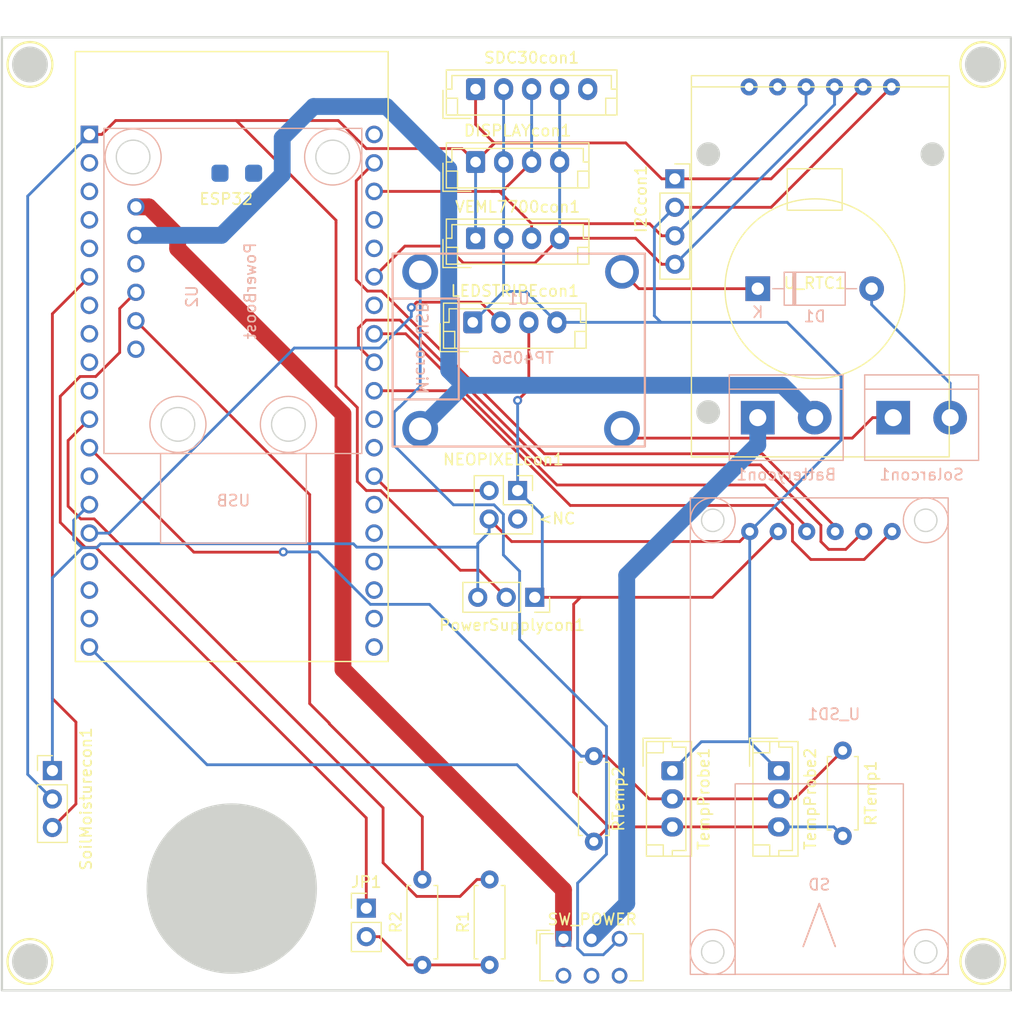
<source format=kicad_pcb>
(kicad_pcb (version 20211014) (generator pcbnew)
  (layers (0 "F.Cu" signal) (31 "B.Cu" signal) (34 "B.Paste" user) (35 "F.Paste" user) (36 "B.SilkS" user "B.Silkscreen") (37 "F.SilkS" user "F.Silkscreen") (38 "B.Mask" user) (39 "F.Mask" user) (44 "Edge.Cuts" user))
  (net 0 "")
  (net 1 "Net-(Batterycon1-Pad1)")
  (net 2 "Net-(D1-Pad1)")
  (net 3 "Net-(D1-Pad2)")
  (net 4 "3V3")
  (net 5 "GND")
  (net 6 "SCL")
  (net 7 "SDA")
  (net 8 "5V")
  (net 9 "LEDSTRIPE")
  (net 10 "OneWire")
  (net 11 "LowBatt")
  (net 12 "SoilMoisture")
  (net 13 "EN")
  (net 14 "NEOPIXEL")
  (net 15 "SDcs")
  (net 16 "SCK")
  (net 17 "MISO")
  (net 18 "MOSI")
  (net 20 "RDYscd30")
  (net 21 "Net-(Solarcon1-Pad1)")
  (net 22 "Net-(Batterycon1-Pad2)")
  (net 50 "Net-(JP1-Pad2)")
  (net 51 "Net-(JP1-Pad1)")
  (net 52 "Net-(R2-Pad2)")
  (net 53 "Net-(SW1-Pad3)")
  (net 54 "Net-(SW1-Pad1)")
  (footprint "Connector_JST:JST_EH_B4B-EH-A_1x04_P2.50mm_Vertical" (layer "F.Cu") (at 142.75 58.2)
    (fp_text reference "DISPLAYcon1" (at 3.75 -2.8) (layer "F.SilkS"))
    (fp_text value "Conn_01x04")
    (pad "1" thru_hole roundrect (at 0 0) (size 1.7 1.95) (drill 0.95) (layers *.Cu *.Mask) (roundrect_rratio 0.147059) (net 4 "3V3"))
    (pad "2" thru_hole oval (at 2.5 0) (size 1.7 1.95) (drill 0.95) (layers *.Cu *.Mask) (net 5 "GND"))
    (pad "3" thru_hole oval (at 5 0) (size 1.7 1.95) (drill 0.95) (layers *.Cu *.Mask) (net 6 "SCL"))
    (pad "4" thru_hole oval (at 7.5 0) (size 1.7 1.95) (drill 0.95) (layers *.Cu *.Mask) (net 7 "SDA"))
  )
  (footprint "Resistor_THT:R_Axial_DIN0207_L6.3mm_D2.5mm_P7.62mm_Horizontal" (layer "F.Cu") (at 144 129.81 90)
    (fp_text reference "R1" (at 3.81 -2.37 90) (layer "F.SilkS"))
    (fp_text value "2K")
    (pad "1" thru_hole circle (at 0 0 90) (size 1.6 1.6) (drill 0.8) (layers *.Cu *.Mask) (net 50 "Net-(JP1-Pad2)"))
    (pad "2" thru_hole oval (at 7.62 0 90) (size 1.6 1.6) (drill 0.8) (layers *.Cu *.Mask) (net 11 "LowBatt"))
  )
  (footprint "Connector_PinHeader_2.54mm:PinHeader_1x03_P2.54mm_Vertical" (layer "F.Cu") (at 105 112.475)
    (fp_text reference "SoilMoisturecon1" (at 3 2.525 90) (layer "F.SilkS"))
    (fp_text value "Conn_01x03")
    (pad "1" thru_hole rect (at 0 0) (size 1.7 1.7) (drill 1) (layers *.Cu *.Mask) (net 5 "GND"))
    (pad "2" thru_hole oval (at 0 2.54) (size 1.7 1.7) (drill 1) (layers *.Cu *.Mask) (net 4 "3V3"))
    (pad "3" thru_hole oval (at 0 5.08) (size 1.7 1.7) (drill 1) (layers *.Cu *.Mask) (net 12 "SoilMoisture"))
  )
  (footprint "ESP32-DEVKITC-32D:MODULE_ESP32-DEVKITC-32D" (layer "F.Cu") (at 121 75.5)
    (fp_text reference "ESP32" (at -0.5 -14) (layer "F.SilkS") (effects (font (size 1.000386 1.000386))))
    (fp_text value "ESP32-DEVKITC-32D")
    (pad "1" thru_hole rect locked (at -12.7 -19.76) (size 1.56 1.56) (drill 1.04) (layers *.Cu *.Mask) (net 4 "3V3"))
    (pad "2" thru_hole circle locked (at -12.7 -17.22) (size 1.56 1.56) (drill 1.04) (layers *.Cu *.Mask) (net 13 "EN"))
    (pad "3" thru_hole circle locked (at -12.7 -14.68) (size 1.56 1.56) (drill 1.04) (layers *.Cu *.Mask))
    (pad "4" thru_hole circle locked (at -12.7 -12.14) (size 1.56 1.56) (drill 1.04) (layers *.Cu *.Mask))
    (pad "5" thru_hole circle locked (at -12.7 -9.6) (size 1.56 1.56) (drill 1.04) (layers *.Cu *.Mask))
    (pad "6" thru_hole circle locked (at -12.7 -7.06) (size 1.56 1.56) (drill 1.04) (layers *.Cu *.Mask) (net 12 "SoilMoisture"))
    (pad "7" thru_hole circle locked (at -12.7 -4.52) (size 1.56 1.56) (drill 1.04) (layers *.Cu *.Mask))
    (pad "8" thru_hole circle locked (at -12.7 -1.98) (size 1.56 1.56) (drill 1.04) (layers *.Cu *.Mask))
    (pad "9" thru_hole circle locked (at -12.7 0.56) (size 1.56 1.56) (drill 1.04) (layers *.Cu *.Mask))
    (pad "10" thru_hole circle locked (at -12.7 3.1) (size 1.56 1.56) (drill 1.04) (layers *.Cu *.Mask))
    (pad "11" thru_hole circle locked (at -12.7 5.64) (size 1.56 1.56) (drill 1.04) (layers *.Cu *.Mask) (net 11 "LowBatt"))
    (pad "12" thru_hole circle locked (at -12.7 8.18) (size 1.56 1.56) (drill 1.04) (layers *.Cu *.Mask) (net 10 "OneWire"))
    (pad "13" thru_hole circle locked (at -12.7 10.72) (size 1.56 1.56) (drill 1.04) (layers *.Cu *.Mask))
    (pad "14" thru_hole circle locked (at -12.7 13.26) (size 1.56 1.56) (drill 1.04) (layers *.Cu *.Mask) (net 5 "GND"))
    (pad "15" thru_hole circle locked (at -12.7 15.8) (size 1.56 1.56) (drill 1.04) (layers *.Cu *.Mask) (net 9 "LEDSTRIPE"))
    (pad "16" thru_hole circle locked (at -12.7 18.34) (size 1.56 1.56) (drill 1.04) (layers *.Cu *.Mask))
    (pad "17" thru_hole circle locked (at -12.7 20.88) (size 1.56 1.56) (drill 1.04) (layers *.Cu *.Mask))
    (pad "18" thru_hole circle locked (at -12.7 23.42) (size 1.56 1.56) (drill 1.04) (layers *.Cu *.Mask))
    (pad "19" thru_hole circle locked (at -12.7 25.96) (size 1.56 1.56) (drill 1.04) (layers *.Cu *.Mask) (net 8 "5V"))
    (pad "20" thru_hole circle locked (at 12.7 -19.76) (size 1.56 1.56) (drill 1.04) (layers *.Cu *.Mask))
    (pad "21" thru_hole circle locked (at 12.7 -17.22) (size 1.56 1.56) (drill 1.04) (layers *.Cu *.Mask) (net 18 "MOSI"))
    (pad "22" thru_hole circle locked (at 12.7 -14.68) (size 1.56 1.56) (drill 1.04) (layers *.Cu *.Mask) (net 6 "SCL"))
    (pad "23" thru_hole circle locked (at 12.7 -12.14) (size 1.56 1.56) (drill 1.04) (layers *.Cu *.Mask))
    (pad "24" thru_hole circle locked (at 12.7 -9.6) (size 1.56 1.56) (drill 1.04) (layers *.Cu *.Mask))
    (pad "25" thru_hole circle locked (at 12.7 -7.06) (size 1.56 1.56) (drill 1.04) (layers *.Cu *.Mask) (net 7 "SDA"))
    (pad "26" thru_hole circle locked (at 12.7 -4.52) (size 1.56 1.56) (drill 1.04) (layers *.Cu *.Mask))
    (pad "27" thru_hole circle locked (at 12.7 -1.98) (size 1.56 1.56) (drill 1.04) (layers *.Cu *.Mask) (net 17 "MISO"))
    (pad "28" thru_hole circle locked (at 12.7 0.56) (size 1.56 1.56) (drill 1.04) (layers *.Cu *.Mask) (net 16 "SCK"))
    (pad "29" thru_hole circle locked (at 12.7 3.1) (size 1.56 1.56) (drill 1.04) (layers *.Cu *.Mask) (net 15 "SDcs"))
    (pad "30" thru_hole circle locked (at 12.7 5.64) (size 1.56 1.56) (drill 1.04) (layers *.Cu *.Mask))
    (pad "31" thru_hole circle locked (at 12.7 8.18) (size 1.56 1.56) (drill 1.04) (layers *.Cu *.Mask))
    (pad "32" thru_hole circle locked (at 12.7 10.72) (size 1.56 1.56) (drill 1.04) (layers *.Cu *.Mask) (net 14 "NEOPIXEL"))
    (pad "33" thru_hole circle locked (at 12.7 13.26) (size 1.56 1.56) (drill 1.04) (layers *.Cu *.Mask))
    (pad "34" thru_hole circle locked (at 12.7 15.8) (size 1.56 1.56) (drill 1.04) (layers *.Cu *.Mask))
    (pad "35" thru_hole circle locked (at 12.7 18.34) (size 1.56 1.56) (drill 1.04) (layers *.Cu *.Mask))
    (pad "36" thru_hole circle locked (at 12.7 20.88) (size 1.56 1.56) (drill 1.04) (layers *.Cu *.Mask))
    (pad "37" thru_hole circle locked (at 12.7 23.42) (size 1.56 1.56) (drill 1.04) (layers *.Cu *.Mask))
    (pad "38" thru_hole circle locked (at 12.7 25.96) (size 1.56 1.56) (drill 1.04) (layers *.Cu *.Mask))
  )
  (footprint "Connector_PinHeader_2.54mm:PinHeader_1x02_P2.54mm_Vertical" (layer "F.Cu") (at 133 124.75)
    (fp_text reference "JP1" (at 0 -2.33) (layer "F.SilkS"))
    (fp_text value "Jumper_2_Open")
    (pad "1" thru_hole rect (at 0 0) (size 1.7 1.7) (drill 1) (layers *.Cu *.Mask) (net 51 "Net-(JP1-Pad1)"))
    (pad "2" thru_hole oval (at 0 2.54) (size 1.7 1.7) (drill 1) (layers *.Cu *.Mask) (net 50 "Net-(JP1-Pad2)"))
  )
  (footprint "Connector_PinSocket_2.54mm:PinSocket_1x04_P2.54mm_Vertical" (layer "F.Cu") (at 160.525 59.7)
    (fp_text reference "I2Ccon1" (at -3.025 1.8 90) (layer "F.SilkS"))
    (fp_text value "Conn_01x04")
    (pad "1" thru_hole rect (at 0 0) (size 1.7 1.7) (drill 1) (layers *.Cu *.Mask) (net 4 "3V3"))
    (pad "2" thru_hole oval (at 0 2.54) (size 1.7 1.7) (drill 1) (layers *.Cu *.Mask) (net 5 "GND"))
    (pad "3" thru_hole oval (at 0 5.08) (size 1.7 1.7) (drill 1) (layers *.Cu *.Mask) (net 6 "SCL"))
    (pad "4" thru_hole oval (at 0 7.62) (size 1.7 1.7) (drill 1) (layers *.Cu *.Mask) (net 7 "SDA"))
  )
  (footprint "Connector_PinSocket_2.54mm:PinSocket_1x03_P2.54mm_Vertical" (layer "F.Cu") (at 148.025 97.025 -90)
    (fp_text reference "PowerSupplycon1" (at 2.475 2.025 180) (layer "F.SilkS"))
    (fp_text value "Conn_01x03")
    (pad "1" thru_hole rect (at 0 0 270) (size 1.7 1.7) (drill 1) (layers *.Cu *.Mask) (net 8 "5V"))
    (pad "2" thru_hole oval (at 0 2.54 270) (size 1.7 1.7) (drill 1) (layers *.Cu *.Mask) (net 4 "3V3"))
    (pad "3" thru_hole oval (at 0 5.08 270) (size 1.7 1.7) (drill 1) (layers *.Cu *.Mask) (net 5 "GND"))
  )
  (footprint "TeaSpike_Periferalls:RTC_I2C_Module" (layer "F.Cu") (at 162 84.5 90)
    (fp_text reference "U_RTC1" (at 15.5 11 unlocked) (layer "F.SilkS"))
    (fp_text value "RTC_I2C_Module")
    (fp_circle (center 27 1.5) (end 28 1.5) (layer "Edge.Cuts") (width 0.12) (fill solid))
    (fp_circle (center 4 1.5) (end 5 1.5) (layer "Edge.Cuts") (width 0.12) (fill solid))
    (fp_circle (center 27 21.5) (end 28 21.5) (layer "Edge.Cuts") (width 0.12) (fill solid))
    (pad "1" thru_hole circle (at 33 5.15 90) (size 1.524 1.524) (drill 0.762) (layers *.Cu *.Mask))
    (pad "2" thru_hole circle (at 33 7.69 90) (size 1.524 1.524) (drill 0.762) (layers *.Cu *.Mask))
    (pad "3" thru_hole circle (at 33 10.23 90) (size 1.524 1.524) (drill 0.762) (layers *.Cu *.Mask) (net 6 "SCL"))
    (pad "4" thru_hole circle (at 33 12.77 90) (size 1.524 1.524) (drill 0.762) (layers *.Cu *.Mask) (net 7 "SDA"))
    (pad "5" thru_hole circle (at 33 15.31 90) (size 1.524 1.524) (drill 0.762) (layers *.Cu *.Mask) (net 4 "3V3"))
    (pad "6" thru_hole circle (at 33 17.85 90) (size 1.524 1.524) (drill 0.762) (layers *.Cu *.Mask) (net 5 "GND"))
  )
  (footprint "Connector_JST:JST_EH_B4B-EH-A_1x04_P2.50mm_Vertical" (layer "F.Cu") (at 142.5 72.5)
    (fp_text reference "LEDSTRIPEcon1" (at 3.75 -2.8) (layer "F.SilkS"))
    (fp_text value "Conn_01x04")
    (pad "1" thru_hole roundrect (at 0 0) (size 1.7 1.95) (drill 0.95) (layers *.Cu *.Mask) (roundrect_rratio 0.147059) (net 5 "GND"))
    (pad "2" thru_hole oval (at 2.5 0) (size 1.7 1.95) (drill 0.95) (layers *.Cu *.Mask) (net 9 "LEDSTRIPE"))
    (pad "3" thru_hole oval (at 5 0) (size 1.7 1.95) (drill 0.95) (layers *.Cu *.Mask) (net 8 "5V"))
    (pad "4" thru_hole oval (at 7.5 0) (size 1.7 1.95) (drill 0.95) (layers *.Cu *.Mask) (net 5 "GND"))
  )
  (footprint "Connector_JST:JST_EH_B4B-EH-A_1x04_P2.50mm_Vertical" (layer "F.Cu") (at 142.75 65)
    (fp_text reference "VEML7700con1" (at 3.75 -2.8) (layer "F.SilkS"))
    (fp_text value "Conn_01x04")
    (pad "1" thru_hole roundrect (at 0 0) (size 1.7 1.95) (drill 0.95) (layers *.Cu *.Mask) (roundrect_rratio 0.147059) (net 4 "3V3"))
    (pad "2" thru_hole oval (at 2.5 0) (size 1.7 1.95) (drill 0.95) (layers *.Cu *.Mask) (net 5 "GND"))
    (pad "3" thru_hole oval (at 5 0) (size 1.7 1.95) (drill 0.95) (layers *.Cu *.Mask) (net 6 "SCL"))
    (pad "4" thru_hole oval (at 7.5 0) (size 1.7 1.95) (drill 0.95) (layers *.Cu *.Mask) (net 7 "SDA"))
  )
  (footprint "Resistor_THT:R_Axial_DIN0207_L6.3mm_D2.5mm_P7.62mm_Horizontal" (layer "F.Cu") (at 153.3 118.81 90)
    (fp_text reference "RTemp2" (at 3.81 2.2 90) (layer "F.SilkS"))
    (fp_text value "4K7")
    (pad "1" thru_hole circle (at 0 0 90) (size 1.6 1.6) (drill 0.8) (layers *.Cu *.Mask) (net 8 "5V"))
    (pad "2" thru_hole oval (at 7.62 0 90) (size 1.6 1.6) (drill 0.8) (layers *.Cu *.Mask) (net 10 "OneWire"))
  )
  (footprint "Resistor_THT:R_Axial_DIN0207_L6.3mm_D2.5mm_P7.62mm_Horizontal" (layer "F.Cu") (at 175.5 118.31 90)
    (fp_text reference "RTemp1" (at 3.81 2.5 90) (layer "F.SilkS"))
    (fp_text value "4K7")
    (pad "1" thru_hole circle (at 0 0 90) (size 1.6 1.6) (drill 0.8) (layers *.Cu *.Mask) (net 8 "5V"))
    (pad "2" thru_hole oval (at 7.62 0 90) (size 1.6 1.6) (drill 0.8) (layers *.Cu *.Mask) (net 10 "OneWire"))
  )
  (footprint "Connector_JST:JST_EH_B3B-EH-A_1x03_P2.50mm_Vertical" (layer "F.Cu") (at 160.3 112.5 -90)
    (fp_text reference "TempProbe1" (at 2.5 -2.8 90) (layer "F.SilkS"))
    (fp_text value "Conn_01x03")
    (pad "1" thru_hole roundrect (at 0 0 270) (size 1.7 1.95) (drill 0.95) (layers *.Cu *.Mask) (roundrect_rratio 0.147059) (net 5 "GND"))
    (pad "2" thru_hole oval (at 2.5 0 270) (size 1.7 1.95) (drill 0.95) (layers *.Cu *.Mask) (net 10 "OneWire"))
    (pad "3" thru_hole oval (at 5 0 270) (size 1.7 1.95) (drill 0.95) (layers *.Cu *.Mask) (net 8 "5V"))
  )
  (footprint "Resistor_THT:R_Axial_DIN0207_L6.3mm_D2.5mm_P7.62mm_Horizontal" (layer "F.Cu") (at 138 129.81 90)
    (fp_text reference "R2" (at 3.81 -2.37 90) (layer "F.SilkS"))
    (fp_text value "1K")
    (pad "1" thru_hole circle (at 0 0 90) (size 1.6 1.6) (drill 0.8) (layers *.Cu *.Mask) (net 50 "Net-(JP1-Pad2)"))
    (pad "2" thru_hole oval (at 7.62 0 90) (size 1.6 1.6) (drill 0.8) (layers *.Cu *.Mask) (net 52 "Net-(R2-Pad2)"))
  )
  (footprint "Button_Switch_THT:SW_CuK_JS202011AQN_DPDT_Angled" (layer "F.Cu") (at 150.5925 127.475)
    (fp_text reference "SW_POWER" (at 2.5575 -1.725) (layer "F.SilkS"))
    (fp_text value "SW_DPDT_x2")
    (pad "1" thru_hole rect (at 0 0) (size 1.4 1.4) (drill 0.9) (layers *.Cu *.Mask) (net 54 "Net-(SW1-Pad1)"))
    (pad "2" thru_hole circle (at 2.5 0) (size 1.4 1.4) (drill 0.9) (layers *.Cu *.Mask) (net 1 "Net-(Batterycon1-Pad1)"))
    (pad "3" thru_hole circle (at 5 0) (size 1.4 1.4) (drill 0.9) (layers *.Cu *.Mask) (net 53 "Net-(SW1-Pad3)"))
    (pad "4" thru_hole circle (at 0 3.3) (size 1.4 1.4) (drill 0.9) (layers *.Cu *.Mask))
    (pad "5" thru_hole circle (at 2.5 3.3) (size 1.4 1.4) (drill 0.9) (layers *.Cu *.Mask))
    (pad "6" thru_hole circle (at 5 3.3) (size 1.4 1.4) (drill 0.9) (layers *.Cu *.Mask))
  )
  (footprint "Connector_PinSocket_2.54mm:PinSocket_2x02_P2.54mm_Vertical" (layer "F.Cu") (at 146.5 87.5)
    (fp_text reference "NEOPIXELcon1" (at -1.27 -2.77) (layer "F.SilkS"))
    (fp_text value "Conn_02x02_Odd_Even")
    (pad "1" thru_hole rect (at 0 0) (size 1.7 1.7) (drill 1) (layers *.Cu *.Mask) (net 8 "5V"))
    (pad "2" thru_hole oval (at -2.54 0) (size 1.7 1.7) (drill 1) (layers *.Cu *.Mask) (net 14 "NEOPIXEL"))
    (pad "3" thru_hole oval (at 0 2.54) (size 1.7 1.7) (drill 1) (layers *.Cu *.Mask))
    (pad "4" thru_hole oval (at -2.54 2.54) (size 1.7 1.7) (drill 1) (layers *.Cu *.Mask) (net 5 "GND"))
  )
  (footprint "Connector_JST:JST_EH_B5B-EH-A_1x05_P2.50mm_Vertical" (layer "F.Cu") (at 142.75 51.7)
    (fp_text reference "SDC30con1" (at 5 -2.8) (layer "F.SilkS"))
    (fp_text value "Conn_01x05")
    (pad "1" thru_hole roundrect (at 0 0) (size 1.7 1.95) (drill 0.95) (layers *.Cu *.Mask) (roundrect_rratio 0.147059) (net 4 "3V3"))
    (pad "2" thru_hole oval (at 2.5 0) (size 1.7 1.95) (drill 0.95) (layers *.Cu *.Mask) (net 5 "GND"))
    (pad "3" thru_hole oval (at 5 0) (size 1.7 1.95) (drill 0.95) (layers *.Cu *.Mask) (net 6 "SCL"))
    (pad "4" thru_hole oval (at 7.5 0) (size 1.7 1.95) (drill 0.95) (layers *.Cu *.Mask) (net 7 "SDA"))
    (pad "5" thru_hole oval (at 10 0) (size 1.7 1.95) (drill 0.95) (layers *.Cu *.Mask) (net 20 "RDYscd30"))
  )
  (footprint "Connector_JST:JST_EH_B3B-EH-A_1x03_P2.50mm_Vertical" (layer "F.Cu") (at 169.8 112.5 -90)
    (fp_text reference "TempProbe2" (at 2.5 -2.8 90) (layer "F.SilkS"))
    (fp_text value "Conn_01x03")
    (pad "1" thru_hole roundrect (at 0 0 270) (size 1.7 1.95) (drill 0.95) (layers *.Cu *.Mask) (roundrect_rratio 0.147059) (net 5 "GND"))
    (pad "2" thru_hole oval (at 2.5 0 270) (size 1.7 1.95) (drill 0.95) (layers *.Cu *.Mask) (net 10 "OneWire"))
    (pad "3" thru_hole oval (at 5 0 270) (size 1.7 1.95) (drill 0.95) (layers *.Cu *.Mask) (net 8 "5V"))
  )
  (footprint "TerminalBlock:TerminalBlock_bornier-2_P5.08mm" (layer "B.Cu") (at 167.92 81)
    (fp_text reference "Batterycon1" (at 2.54 5.08) (layer "B.SilkS") (effects (justify mirror)))
    (fp_text value "Conn_01x02")
    (pad "1" thru_hole rect (at 0 0) (size 3 3) (drill 1.52) (layers *.Cu *.Mask) (net 1 "Net-(Batterycon1-Pad1)"))
    (pad "2" thru_hole circle (at 5.08 0) (size 3 3) (drill 1.52) (layers *.Cu *.Mask) (net 22 "Net-(Batterycon1-Pad2)"))
  )
  (footprint "TeaSpike_Periferalls:PowerBoost" (layer "B.Cu") (at 114.95 44 -90)
    (fp_text reference "U2" (at 26.2 -2.5 90 unlocked) (layer "B.SilkS") (effects (justify mirror)))
    (fp_text value "PowerBoost" (at 25.7 -7.7 90 unlocked) (layer "B.SilkS") (effects (justify mirror)))
    (fp_text user "USB" (at 44.4 -6.2 unlocked) (layer "B.SilkS") (effects (justify mirror)))
    (fp_circle (center 13.75 2.75) (end 15.25 2.75) (layer "Edge.Cuts") (width 0.12) (fill none))
    (fp_circle (center 37.6 -1.25) (end 39.1 -1.25) (layer "Edge.Cuts") (width 0.12) (fill none))
    (fp_circle (center 13.75 -15.0496) (end 15.25 -15.0496) (layer "Edge.Cuts") (width 0.12) (fill none))
    (fp_circle (center 37.6 -11.1) (end 39.1 -11.1) (layer "Edge.Cuts") (width 0.12) (fill none))
    (pad "1" smd roundrect (at 15.2 -5 270) (size 1.524 1.524) (layers "B.Cu" "B.Paste" "B.Mask"))
    (pad "2" connect roundrect (at 15.2 -8 270) (size 1.524 1.524) (layers "B.Cu" "B.Mask"))
    (pad "3" thru_hole circle (at 18.2 2.5 270) (size 1.54 1.54) (drill 1) (layers *.Cu *.Mask) (net 54 "Net-(SW1-Pad1)"))
    (pad "4" thru_hole circle (at 20.74 2.5 270) (size 1.54 1.54) (drill 1) (layers *.Cu *.Mask) (net 22 "Net-(Batterycon1-Pad2)"))
    (pad "5" thru_hole circle (at 23.28 2.5 270) (size 1.54 1.54) (drill 1) (layers *.Cu *.Mask))
    (pad "6" thru_hole circle (at 25.82 2.5 270) (size 1.54 1.54) (drill 1) (layers *.Cu *.Mask) (net 51 "Net-(JP1-Pad1)"))
    (pad "7" thru_hole circle (at 28.36 2.5 270) (size 1.54 1.54) (drill 1) (layers *.Cu *.Mask) (net 52 "Net-(R2-Pad2)"))
    (pad "8" thru_hole circle (at 30.9 2.5 270) (size 1.54 1.54) (drill 1) (layers *.Cu *.Mask))
  )
  (footprint "TeaSpike_Periferalls:TP4056" (layer "B.Cu") (at 145.65 60.375 180)
    (fp_text reference "U1" (at -0.95 -10.025 unlocked) (layer "B.SilkS") (effects (justify mirror)))
    (fp_text value "TP4056")
    (fp_text user "TP4056" (at -1.3 -15.3 unlocked) (layer "B.SilkS") (effects (justify mirror)))
    (fp_text user "Micro-USB" (at 7.7 -14.4 270 unlocked) (layer "B.SilkS") (effects (justify mirror)))
    (fp_circle (center 7.84 -21.62) (end 9.34 -21.62) (layer "B.Cu") (width 0.2) (fill none))
    (fp_circle (center -10.16 -21.62) (end -8.66 -21.62) (layer "B.Cu") (width 0.2) (fill none))
    (fp_circle (center 7.84 -7.62) (end 9.34 -7.62) (layer "B.Cu") (width 0.2) (fill none))
    (pad "1" thru_hole circle (at -10.16 -7.62 180) (size 3 3) (drill 2) (layers *.Cu *.Mask) (net 2 "Net-(D1-Pad1)"))
    (pad "2" thru_hole circle (at -10.16 -21.62 180) (size 3 3) (drill 2) (layers *.Cu *.Mask) (net 21 "Net-(Solarcon1-Pad1)"))
    (pad "3" thru_hole circle (at 7.84 -7.62 180) (size 3 3) (drill 2) (layers *.Cu *.Mask) (net 53 "Net-(SW1-Pad3)"))
    (pad "4" thru_hole circle (at 7.84 -21.62 180) (size 3 3) (drill 2) (layers *.Cu *.Mask) (net 22 "Net-(Batterycon1-Pad2)"))
  )
  (footprint "TeaSpike_Periferalls:SD_Module" (layer "B.Cu") (at 184.905 130.655 90)
    (fp_text reference "U_SD1" (at 23.2 -10.2 unlocked) (layer "B.SilkS") (effects (justify mirror)))
    (fp_text value "SD_Module")
    (fp_text user ">" (at 4.4 -11.1 270 unlocked) (layer "B.SilkS") (effects (font (size 5 5)) (justify mirror)))
    (fp_text user "SD" (at 8 -11.5 unlocked) (layer "B.SilkS") (effects (justify mirror)))
    (fp_circle (center 2 -21) (end 3 -21) (layer "Edge.Cuts") (width 0.12) (fill none))
    (fp_circle (center 40.5 -2) (end 41.5 -2) (layer "Edge.Cuts") (width 0.12) (fill none))
    (fp_circle (center 2 -2) (end 3 -2) (layer "Edge.Cuts") (width 0.12) (fill none))
    (fp_circle (center 40.5 -21) (end 41.5 -21) (layer "Edge.Cuts") (width 0.12) (fill none))
    (pad "1" thru_hole circle (at 39.5 -5 90) (size 1.524 1.524) (drill 0.762) (layers *.Cu *.Mask) (net 15 "SDcs"))
    (pad "2" thru_hole circle (at 39.5 -7.54 90) (size 1.524 1.524) (drill 0.762) (layers *.Cu *.Mask) (net 16 "SCK"))
    (pad "3" thru_hole circle (at 39.5 -10.08 90) (size 1.524 1.524) (drill 0.762) (layers *.Cu *.Mask) (net 18 "MOSI"))
    (pad "4" thru_hole circle (at 39.5 -12.62 90) (size 1.524 1.524) (drill 0.762) (layers *.Cu *.Mask) (net 17 "MISO"))
    (pad "5" thru_hole circle (at 39.5 -15.16 90) (size 1.524 1.524) (drill 0.762) (layers *.Cu *.Mask) (net 8 "5V"))
    (pad "6" thru_hole circle (at 39.5 -17.7 90) (size 1.524 1.524) (drill 0.762) (layers *.Cu *.Mask) (net 5 "GND"))
  )
  (footprint "Diode_THT:D_DO-41_SOD81_P10.16mm_Horizontal" (layer "B.Cu") (at 167.92 69.5)
    (fp_text reference "D1" (at 5.08 2.47) (layer "B.SilkS") (effects (justify mirror)))
    (fp_text value "1N4001")
    (fp_text user "K" (at 0 2.1) (layer "B.SilkS") (effects (justify mirror)))
    (pad "1" thru_hole rect (at 0 0) (size 2.2 2.2) (drill 1.1) (layers *.Cu *.Mask) (net 2 "Net-(D1-Pad1)"))
    (pad "2" thru_hole oval (at 10.16 0) (size 2.2 2.2) (drill 1.1) (layers *.Cu *.Mask) (net 3 "Net-(D1-Pad2)"))
  )
  (footprint "TerminalBlock:TerminalBlock_bornier-2_P5.08mm" (layer "B.Cu") (at 180 81)
    (fp_text reference "Solarcon1" (at 2.54 5.08) (layer "B.SilkS") (effects (justify mirror)))
    (fp_text value "SolarPannel")
    (pad "1" thru_hole rect (at 0 0) (size 3 3) (drill 1.52) (layers *.Cu *.Mask) (net 21 "Net-(Solarcon1-Pad1)"))
    (pad "2" thru_hole circle (at 5.08 0) (size 3 3) (drill 1.52) (layers *.Cu *.Mask) (net 3 "Net-(D1-Pad2)"))
  )
  (gr_circle (center 188 49.5) (end 190 49.5) (layer "F.SilkS") (width 0.2) (fill none))
  (gr_circle (center 188 129.5) (end 190 129.5) (layer "F.SilkS") (width 0.2) (fill none))
  (gr_circle (center 103 129.5) (end 105 129.5) (layer "F.SilkS") (width 0.2) (fill none))
  (gr_circle (center 103 49.5) (end 105 49.5) (layer "F.SilkS") (width 0.2) (fill none))
  (gr_circle (center 188 49.5) (end 189.5 49.5) (layer "Edge.Cuts") (width 0.2) (fill solid))
  (gr_circle (center 188 129.5) (end 189.5 129.5) (layer "Edge.Cuts") (width 0.2) (fill solid))
  (gr_circle (center 103 49.5) (end 104.5 49.5) (layer "Edge.Cuts") (width 0.2) (fill solid))
  (gr_rect (start 100.5 47.08) (end 190.5 132.08) (layer "Edge.Cuts") (width 0.2) (fill none))
  (gr_circle (center 121 123) (end 128.5 123) (layer "Edge.Cuts") (width 0.2) (fill solid))
  (gr_circle (center 103 129.5) (end 104.5 129.5) (layer "Edge.Cuts") (width 0.2) (fill solid))
  (gr_text "<NC" (at 150 90) (layer "F.SilkS") (effects (font (size 1 1))))
  (segment (start 156.2324 95.0613) (end 156.2324 124.3351) (width 1.5) (layer "B.Cu") (net 1))
  (segment (start 167.92 83.4503) (end 167.8434 83.4503) (width 1.5) (layer "B.Cu") (net 1))
  (segment (start 167.8434 83.4503) (end 156.2324 95.0613) (width 1.5) (layer "B.Cu") (net 1))
  (segment (start 167.92 81) (end 167.92 83.4503) (width 1.5) (layer "B.Cu") (net 1))
  (segment (start 156.2324 124.3351) (end 153.0925 127.475) (width 1.5) (layer "B.Cu") (net 1))
  (segment (start 167.92 69.5) (end 157.315 69.5) (width 0.25) (layer "F.Cu") (net 2))
  (segment (start 157.315 69.5) (end 155.81 67.995) (width 0.25) (layer "F.Cu") (net 2))
  (segment (start 185.08 77.9253) (end 178.08 70.9253) (width 0.25) (layer "B.Cu") (net 3))
  (segment (start 178.08 69.5) (end 178.08 70.9253) (width 0.25) (layer "B.Cu") (net 3))
  (segment (start 185.08 81) (end 185.08 77.9253) (width 0.25) (layer "B.Cu") (net 3))
  (segment (start 128.3 61.4) (end 128.275 61.375) (width 0.25) (layer "F.Cu") (net 4))
  (segment (start 133 87.5) (end 134.2835 87.5) (width 0.25) (layer "F.Cu") (net 4))
  (segment (start 142.75 58.2) (end 144.0581 56.8919) (width 0.25) (layer "F.Cu") (net 4))
  (segment (start 142.75 54.85) (end 144.425 56.525) (width 0.25) (layer "F.Cu") (net 4))
  (segment (start 141.39175 94.60825) (end 143.06825 94.60825) (width 0.25) (layer "F.Cu") (net 4))
  (segment (start 144.0581 56.8919) (end 144.45 56.5) (width 0.25) (layer "F.Cu") (net 4))
  (segment (start 144.425 56.525) (end 144.0581 56.8919) (width 0.25) (layer "F.Cu") (net 4))
  (segment (start 144.45 56.5) (end 156.1497 56.5) (width 0.25) (layer "F.Cu") (net 4))
  (segment (start 156.1497 56.5) (end 159.3497 59.7) (width 0.25) (layer "F.Cu") (net 4))
  (segment (start 134.2835 87.5) (end 141.39175 94.60825) (width 0.25) (layer "F.Cu") (net 4))
  (segment (start 132.2 80.1) (end 132.2 86.7) (width 0.25) (layer "F.Cu") (net 4))
  (segment (start 128.275 61.375) (end 130.3 63.4) (width 0.25) (layer "F.Cu") (net 4))
  (segment (start 159.3497 59.7) (end 160.525 59.7) (width 0.25) (layer "F.Cu") (net 4))
  (segment (start 130.3 63.6) (end 130.3 78.2) (width 0.25) (layer "F.Cu") (net 4))
  (segment (start 132.2 86.7) (end 133 87.5) (width 0.25) (layer "F.Cu") (net 4))
  (segment (start 132.1226 56.1226) (end 132.1 56.1452) (width 0.25) (layer "F.Cu") (net 4))
  (segment (start 121.4 54.5) (end 130.5 54.5) (width 0.25) (layer "F.Cu") (net 4))
  (segment (start 141.55 57) (end 133 57) (width 0.25) (layer "F.Cu") (net 4))
  (segment (start 142.75 58.2) (end 141.55 57) (width 0.25) (layer "F.Cu") (net 4))
  (segment (start 130.5 54.5) (end 132.1226 56.1226) (width 0.25) (layer "F.Cu") (net 4))
  (segment (start 109.4053 55.74) (end 110.6453 54.5) (width 0.25) (layer "F.Cu") (net 4))
  (segment (start 177.31 51.5) (end 169.11 59.7) (width 0.25) (layer "F.Cu") (net 4))
  (segment (start 108.3 55.74) (end 109.4053 55.74) (width 0.25) (layer "F.Cu") (net 4))
  (segment (start 128.275 61.375) (end 121.4 54.5) (width 0.25) (layer "F.Cu") (net 4))
  (segment (start 143.06825 94.60825) (end 145.485 97.025) (width 0.25) (layer "F.Cu") (net 4))
  (segment (start 110.6453 54.5) (end 121.4 54.5) (width 0.25) (layer "F.Cu") (net 4))
  (segment (start 130.3 78.2) (end 132.2 80.1) (width 0.25) (layer "F.Cu") (net 4))
  (segment (start 133 57) (end 132.1226 56.1226) (width 0.25) (layer "F.Cu") (net 4))
  (segment (start 169.11 59.7) (end 160.525 59.7) (width 0.25) (layer "F.Cu") (net 4))
  (segment (start 130.3 63.4) (end 130.3 63.6) (width 0.25) (layer "F.Cu") (net 4))
  (segment (start 142.75 51.7) (end 142.75 54.85) (width 0.25) (layer "F.Cu") (net 4))
  (segment (start 102.8 61.24) (end 108.3 55.74) (width 0.25) (layer "B.Cu") (net 4))
  (segment (start 142.75 58.2) (end 142.75 65) (width 0.25) (layer "B.Cu") (net 4))
  (segment (start 105 115.015) (end 102.8 112.815) (width 0.25) (layer "B.Cu") (net 4))
  (segment (start 102.8 112.815) (end 102.8 61.24) (width 0.25) (layer "B.Cu") (net 4))
  (segment (start 169.11 62.24) (end 160.525 62.24) (width 0.25) (layer "F.Cu") (net 5))
  (segment (start 145.97 92.05) (end 143.96 90.04) (width 0.25) (layer "F.Cu") (net 5))
  (segment (start 167.205 91.155) (end 166.31 92.05) (width 0.25) (layer "F.Cu") (net 5))
  (segment (start 166.31 92.05) (end 145.97 92.05) (width 0.25) (layer "F.Cu") (net 5))
  (segment (start 179.85 51.5) (end 169.11 62.24) (width 0.25) (layer "F.Cu") (net 5))
  (segment (start 107.65 92.6) (end 108 92.6) (width 0.25) (layer "B.Cu") (net 5))
  (segment (start 107.6859 92.6) (end 108.95 92.6) (width 0.25) (layer "B.Cu") (net 5))
  (segment (start 106.9 90.16) (end 106.9 91.85) (width 0.25) (layer "B.Cu") (net 5))
  (segment (start 175.35 83.01) (end 175.35 77.3) (width 0.25) (layer "B.Cu") (net 5))
  (segment (start 147.25 69.75) (end 150 72.5) (width 0.25) (layer "B.Cu") (net 5))
  (segment (start 142.945 92.2303) (end 142.945 92.4214) (width 0.25) (layer "B.Cu") (net 5))
  (segment (start 167.205 109.905) (end 162.895 109.905) (width 0.25) (layer "B.Cu") (net 5))
  (segment (start 167.205 109.905) (end 169.8 112.5) (width 0.25) (layer "B.Cu") (net 5))
  (segment (start 167.205 91.155) (end 175.35 83.01) (width 0.25) (layer "B.Cu") (net 5))
  (segment (start 109.3 92.25) (end 131.85 92.25) (width 0.25) (layer "B.Cu") (net 5))
  (segment (start 142.8164 92.55) (end 142.945 92.4214) (width 0.25) (layer "B.Cu") (net 5))
  (segment (start 131.85 92.25) (end 132.15 92.55) (width 0.25) (layer "B.Cu") (net 5))
  (segment (start 175.35 77.3) (end 170.55 72.5) (width 0.25) (layer "B.Cu") (net 5))
  (segment (start 170.55 72.5) (end 159.2843 72.5) (width 0.25) (layer "B.Cu") (net 5))
  (segment (start 108.95 92.6) (end 109.3 92.25) (width 0.25) (layer "B.Cu") (net 5))
  (segment (start 158.7 64.065) (end 160.525 62.24) (width 0.25) (layer "B.Cu") (net 5))
  (segment (start 142.5 72.5) (end 145.25 69.75) (width 0.25) (layer "B.Cu") (net 5))
  (segment (start 108.3 88.76) (end 106.9 90.16) (width 0.25) (layer "B.Cu") (net 5))
  (segment (start 106.9 91.85) (end 107.65 92.6) (width 0.25) (layer "B.Cu") (net 5))
  (segment (start 142.945 92.4214) (end 142.945 97.025) (width 0.25) (layer "B.Cu") (net 5))
  (segment (start 159.2843 72.5) (end 150 72.5) (width 0.25) (layer "B.Cu") (net 5))
  (segment (start 145.25 69.75) (end 145.25 65) (width 0.25) (layer "B.Cu") (net 5))
  (segment (start 143.96 91.2153) (end 142.945 92.2303) (width 0.25) (layer "B.Cu") (net 5))
  (segment (start 145.25 51.7) (end 145.25 58.2) (width 0.25) (layer "B.Cu") (net 5))
  (segment (start 162.895 109.905) (end 160.3 112.5) (width 0.25) (layer "B.Cu") (net 5))
  (segment (start 143.96 90.04) (end 143.96 91.2153) (width 0.25) (layer "B.Cu") (net 5))
  (segment (start 132.15 92.55) (end 142.8164 92.55) (width 0.25) (layer "B.Cu") (net 5))
  (segment (start 145.25 69.75) (end 147.25 69.75) (width 0.25) (layer "B.Cu") (net 5))
  (segment (start 105 112.475) (end 105 95.2859) (width 0.25) (layer "B.Cu") (net 5))
  (segment (start 105 95.2859) (end 107.6859 92.6) (width 0.25) (layer "B.Cu") (net 5))
  (segment (start 158.7 71.9157) (end 158.7 64.065) (width 0.25) (layer "B.Cu") (net 5))
  (segment (start 159.2843 72.5) (end 158.7 71.9157) (width 0.25) (layer "B.Cu") (net 5))
  (segment (start 167.205 109.905) (end 167.205 91.155) (width 0.25) (layer "B.Cu") (net 5))
  (segment (start 145.25 65) (end 145.25 58.2) (width 0.25) (layer "B.Cu") (net 5))
  (segment (start 144.4689 60.82) (end 144.17 60.82) (width 0.25) (layer "F.Cu") (net 6))
  (segment (start 145.3 60.65) (end 145.1 60.85) (width 0.25) (layer "F.Cu") (net 6))
  (segment (start 147.75 63.6997) (end 158.2694 63.6997) (width 0.25) (layer "F.Cu") (net 6))
  (segment (start 144.17 60.82) (end 144.8703 60.82) (width 0.25) (layer "F.Cu") (net 6))
  (segment (start 145.05015 60.99985) (end 147.75 63.6997) (width 0.25) (layer "F.Cu") (net 6))
  (segment (start 144.17 60.82) (end 133.7 60.82) (width 0.25) (layer "F.Cu") (net 6))
  (segment (start 144.17 60.82) (end 145.13 60.82) (width 0.25) (layer "F.Cu") (net 6))
  (segment (start 147.75 63.8123) (end 147.75 63.6997) (width 0.25) (layer "F.Cu") (net 6))
  (segment (start 160.525 64.78) (end 159.3497 64.78) (width 0.25) (layer "F.Cu") (net 6))
  (segment (start 158.2694 63.6997) (end 159.3497 64.78) (width 0.25) (layer "F.Cu") (net 6))
  (segment (start 144.8703 60.82) (end 145.05015 60.99985) (width 0.25) (layer "F.Cu") (net 6))
  (segment (start 147.75 58.2) (end 145.3 60.65) (width 0.25) (layer "F.Cu") (net 6))
  (segment (start 145.13 60.82) (end 145.3 60.65) (width 0.25) (layer "F.Cu") (net 6))
  (segment (start 145.1 60.85) (end 144.9 60.85) (width 0.25) (layer "F.Cu") (net 6))
  (segment (start 147.75 65) (end 147.75 63.8123) (width 0.25) (layer "F.Cu") (net 6))
  (segment (start 147.75 51.7) (end 147.75 58.2) (width 0.25) (layer "B.Cu") (net 6))
  (segment (start 160.525 64.78) (end 172.23 53.075) (width 0.25) (layer "B.Cu") (net 6))
  (segment (start 172.23 53.075) (end 172.23 51.5) (width 0.25) (layer "B.Cu") (net 6))
  (segment (start 136.44 65.7) (end 133.7 68.44) (width 0.25) (layer "F.Cu") (net 7))
  (segment (start 148.05 67.2) (end 141.65 67.2) (width 0.25) (layer "F.Cu") (net 7))
  (segment (start 157.0297 65) (end 159.3497 67.32) (width 0.25) (layer "F.Cu") (net 7))
  (segment (start 150.25 65) (end 148.05 67.2) (width 0.25) (layer "F.Cu") (net 7))
  (segment (start 140.15 65.7) (end 136.44 65.7) (width 0.25) (layer "F.Cu") (net 7))
  (segment (start 141.65 67.2) (end 140.15 65.7) (width 0.25) (layer "F.Cu") (net 7))
  (segment (start 150.25 65) (end 157.0297 65) (width 0.25) (layer "F.Cu") (net 7))
  (segment (start 160.525 67.32) (end 159.3497 67.32) (width 0.25) (layer "F.Cu") (net 7))
  (segment (start 150.25 51.7) (end 150.25 58.2) (width 0.25) (layer "B.Cu") (net 7))
  (segment (start 174.77 53.075) (end 174.77 51.5) (width 0.25) (layer "B.Cu") (net 7))
  (segment (start 160.525 67.32) (end 174.77 53.075) (width 0.25) (layer "B.Cu") (net 7))
  (segment (start 150.25 65) (end 150.25 58.2) (width 0.25) (layer "B.Cu") (net 7))
  (segment (start 154.61 117.5) (end 153.3 118.81) (width 0.25) (layer "F.Cu") (net 8))
  (segment (start 147.5 78.4655) (end 146.5 79.4655) (width 0.25) (layer "F.Cu") (net 8))
  (segment (start 169.745 91.155) (end 163.875 97.025) (width 0.25) (layer "F.Cu") (net 8))
  (segment (start 152.1082 97.025) (end 148.025 97.025) (width 0.25) (layer "F.Cu") (net 8))
  (segment (start 147.5 72.5) (end 147.5 78.4655) (width 0.25) (layer "F.Cu") (net 8))
  (segment (start 151.5 97.6332) (end 151.5 114.39) (width 0.25) (layer "F.Cu") (net 8))
  (segment (start 169.8 117.5) (end 160.3 117.5) (width 0.25) (layer "F.Cu") (net 8))
  (segment (start 152.1082 97.025) (end 151.5 97.6332) (width 0.25) (layer "F.Cu") (net 8))
  (segment (start 163.875 97.025) (end 152.1082 97.025) (width 0.25) (layer "F.Cu") (net 8))
  (segment (start 151.5 114.39) (end 154.61 117.5) (width 0.25) (layer "F.Cu") (net 8))
  (segment (start 160.3 117.5) (end 154.61 117.5) (width 0.25) (layer "F.Cu") (net 8))
  (via (at 146.5 79.4655) (size 0.8) (drill 0.4) (layers "F.Cu" "B.Cu") (net 8))
  (segment (start 169.8 117.5) (end 174.69 117.5) (width 0.25) (layer "B.Cu") (net 8))
  (segment (start 148.7 96.35) (end 148.7 89.7) (width 0.25) (layer "B.Cu") (net 8))
  (segment (start 146.4467 111.9567) (end 118.7967 111.9567) (width 0.25) (layer "B.Cu") (net 8))
  (segment (start 148.7 89.7) (end 146.5 87.5) (width 0.25) (layer "B.Cu") (net 8))
  (segment (start 146.5 87.5) (end 146.5 79.4655) (width 0.25) (layer "B.Cu") (net 8))
  (segment (start 174.69 117.5) (end 175.5 118.31) (width 0.25) (layer "B.Cu") (net 8))
  (segment (start 148.025 97.025) (end 148.7 96.35) (width 0.25) (layer "B.Cu") (net 8))
  (segment (start 153.3 118.81) (end 146.4467 111.9567) (width 0.25) (layer "B.Cu") (net 8))
  (segment (start 118.7967 111.9567) (end 108.3 101.46) (width 0.25) (layer "B.Cu") (net 8))
  (segment (start 143.2 70.7) (end 145 72.5) (width 0.25) (layer "F.Cu") (net 9))
  (segment (start 137.4941 70.7) (end 143.2 70.7) (width 0.25) (layer "F.Cu") (net 9))
  (segment (start 137.0201 71.174) (end 137.4941 70.7) (width 0.25) (layer "F.Cu") (net 9))
  (via (at 137.0201 71.174) (size 0.8) (drill 0.4) (layers "F.Cu" "B.Cu") (net 9))
  (segment (start 137.0201 71.9799) (end 137.0201 71.174) (width 0.25) (layer "B.Cu") (net 9))
  (segment (start 126.5788 74.79) (end 134.21 74.79) (width 0.25) (layer "B.Cu") (net 9))
  (segment (start 134.21 74.79) (end 137.0201 71.9799) (width 0.25) (layer "B.Cu") (net 9))
  (segment (start 110.0688 91.3) (end 126.5788 74.79) (width 0.25) (layer "B.Cu") (net 9))
  (segment (start 108.3 91.3) (end 110.0688 91.3) (width 0.25) (layer "B.Cu") (net 9))
  (segment (start 125.5764 92.9981) (end 117.6181 92.9981) (width 0.25) (layer "F.Cu") (net 10))
  (segment (start 117.6181 92.9981) (end 108.3 83.68) (width 0.25) (layer "F.Cu") (net 10))
  (segment (start 171.2 115) (end 169.8 115) (width 0.25) (layer "F.Cu") (net 10))
  (segment (start 125.6 92.9745) (end 125.5764 92.9981) (width 0.25) (layer "F.Cu") (net 10))
  (segment (start 160.3 115) (end 158.2353 115) (width 0.25) (layer "F.Cu") (net 10))
  (segment (start 158.2353 115) (end 154.4253 111.19) (width 0.25) (layer "F.Cu") (net 10))
  (segment (start 175.5 110.69) (end 175.5 110.7) (width 0.25) (layer "F.Cu") (net 10))
  (segment (start 153.3 111.19) (end 154.4253 111.19) (width 0.25) (layer "F.Cu") (net 10))
  (segment (start 175.5 110.7) (end 171.2 115) (width 0.25) (layer "F.Cu") (net 10))
  (segment (start 169.8 115) (end 160.3 115) (width 0.25) (layer "F.Cu") (net 10))
  (via (at 125.6 92.9745) (size 0.8) (drill 0.4) (layers "F.Cu" "B.Cu") (net 10))
  (segment (start 133.3654 97.65) (end 138.6347 97.65) (width 0.25) (layer "B.Cu") (net 10))
  (segment (start 138.6347 97.65) (end 152.1747 111.19) (width 0.25) (layer "B.Cu") (net 10))
  (segment (start 128.6899 92.9745) (end 133.3654 97.65) (width 0.25) (layer "B.Cu") (net 10))
  (segment (start 125.6 92.9745) (end 128.6899 92.9745) (width 0.25) (layer "B.Cu") (net 10))
  (segment (start 152.1747 111.19) (end 153.3 111.19) (width 0.25) (layer "B.Cu") (net 10))
  (segment (start 108.3 81.14) (end 106.4 83.04) (width 0.25) (layer "F.Cu") (net 11))
  (segment (start 107.53 90.03) (end 108.73 90.03) (width 0.25) (layer "F.Cu") (net 11))
  (segment (start 106.4 88.9) (end 107.53 90.03) (width 0.25) (layer "F.Cu") (net 11))
  (segment (start 134.5 120.7) (end 137.5 123.7) (width 0.25) (layer "F.Cu") (net 11))
  (segment (start 142.8747 122.19) (end 144 122.19) (width 0.25) (layer "F.Cu") (net 11))
  (segment (start 108.73 90.03) (end 134.5 115.8) (width 0.25) (layer "F.Cu") (net 11))
  (segment (start 141.3647 123.7) (end 142.8747 122.19) (width 0.25) (layer "F.Cu") (net 11))
  (segment (start 134.5 115.8) (end 134.5 120.7) (width 0.25) (layer "F.Cu") (net 11))
  (segment (start 106.4 83.04) (end 106.4 88.9) (width 0.25) (layer "F.Cu") (net 11))
  (segment (start 137.5 123.7) (end 141.3647 123.7) (width 0.25) (layer "F.Cu") (net 11))
  (segment (start 107.1 115.455) (end 105 117.555) (width 0.25) (layer "F.Cu") (net 12))
  (segment (start 107.1 108.1494) (end 107.1 115.455) (width 0.25) (layer "F.Cu") (net 12))
  (segment (start 105 71.74) (end 105 106.0494) (width 0.25) (layer "F.Cu") (net 12))
  (segment (start 108.3 68.44) (end 105 71.74) (width 0.25) (layer "F.Cu") (net 12))
  (segment (start 105 106.0494) (end 107.1 108.1494) (width 0.25) (layer "F.Cu") (net 12))
  (segment (start 143.96 87.5) (end 134.98 87.5) (width 0.25) (layer "F.Cu") (net 14))
  (segment (start 134.98 87.5) (end 133.7 86.22) (width 0.25) (layer "F.Cu") (net 14))
  (segment (start 172.65 93.65) (end 171.015 92.015) (width 0.25) (layer "F.Cu") (net 15))
  (segment (start 151.1929 88.8309) (end 140.962 78.6) (width 0.25) (layer "F.Cu") (net 15))
  (segment (start 140.962 78.6) (end 133.7 78.6) (width 0.25) (layer "F.Cu") (net 15))
  (segment (start 177.41 93.65) (end 172.65 93.65) (width 0.25) (layer "F.Cu") (net 15))
  (segment (start 171.015 90.520718) (end 169.325182 88.8309) (width 0.25) (layer "F.Cu") (net 15))
  (segment (start 179.905 91.155) (end 177.41 93.65) (width 0.25) (layer "F.Cu") (net 15))
  (segment (start 171.015 92.015) (end 171.015 90.520718) (width 0.25) (layer "F.Cu") (net 15))
  (segment (start 169.325182 88.8309) (end 151.1929 88.8309) (width 0.25) (layer "F.Cu") (net 15))
  (segment (start 133 72.3) (end 136.0215 72.3) (width 0.25) (layer "F.Cu") (net 16))
  (segment (start 132.3 74.66) (end 132.3 73) (width 0.25) (layer "F.Cu") (net 16))
  (segment (start 174.25 92.75) (end 175.77 92.75) (width 0.25) (layer "F.Cu") (net 16))
  (segment (start 133.7 76.06) (end 132.3 74.66) (width 0.25) (layer "F.Cu") (net 16))
  (segment (start 132.3 73) (end 133 72.3) (width 0.25) (layer "F.Cu") (net 16))
  (segment (start 173.555 90.605) (end 173.555 92.055) (width 0.25) (layer "F.Cu") (net 16))
  (segment (start 175.77 92.75) (end 177.365 91.155) (width 0.25) (layer "F.Cu") (net 16))
  (segment (start 148.9322 85.2107) (end 168.1607 85.2107) (width 0.25) (layer "F.Cu") (net 16))
  (segment (start 173.555 92.055) (end 174.25 92.75) (width 0.25) (layer "F.Cu") (net 16))
  (segment (start 168.1607 85.2107) (end 173.555 90.605) (width 0.25) (layer "F.Cu") (net 16))
  (segment (start 136.0215 72.3) (end 148.9322 85.2107) (width 0.25) (layer "F.Cu") (net 16))
  (segment (start 172.285 90.735) (end 168.5571 87.0071) (width 0.25) (layer "F.Cu") (net 17))
  (segment (start 168.5571 87.0071) (end 150.006 87.0071) (width 0.25) (layer "F.Cu") (net 17))
  (segment (start 172.285 91.155) (end 172.285 90.735) (width 0.25) (layer "F.Cu") (net 17))
  (segment (start 136.5189 73.52) (end 133.7 73.52) (width 0.25) (layer "F.Cu") (net 17))
  (segment (start 150.006 87.0071) (end 136.5189 73.52) (width 0.25) (layer "F.Cu") (net 17))
  (segment (start 148.8831 84.2245) (end 168.3245 84.2245) (width 0.25) (layer "F.Cu") (net 18))
  (segment (start 133.7 58.28) (end 132.1 59.88) (width 0.25) (layer "F.Cu") (net 18))
  (segment (start 134.3686 69.71) (end 148.8831 84.2245) (width 0.25) (layer "F.Cu") (net 18))
  (segment (start 133.11 69.71) (end 134.3686 69.71) (width 0.25) (layer "F.Cu") (net 18))
  (segment (start 168.3245 84.2245) (end 174.825 90.725) (width 0.25) (layer "F.Cu") (net 18))
  (segment (start 174.825 90.725) (end 174.825 91.155) (width 0.25) (layer "F.Cu") (net 18))
  (segment (start 132.1 59.88) (end 132.1 68.7) (width 0.25) (layer "F.Cu") (net 18))
  (segment (start 132.1 68.7) (end 133.11 69.71) (width 0.25) (layer "F.Cu") (net 18))
  (segment (start 176.3486 82.8261) (end 156.6411 82.8261) (width 0.25) (layer "F.Cu") (net 21))
  (segment (start 180 81) (end 178.1747 81) (width 0.25) (layer "F.Cu") (net 21))
  (segment (start 156.6411 82.8261) (end 155.81 81.995) (width 0.25) (layer "F.Cu") (net 21))
  (segment (start 178.1747 81) (end 176.3486 82.8261) (width 0.25) (layer "F.Cu") (net 21))
  (segment (start 120.0839 64.74) (end 125.5 59.3239) (width 1.5) (layer "B.Cu") (net 22))
  (segment (start 125.5 59.3239) (end 125.5 56.05) (width 1.5) (layer "B.Cu") (net 22))
  (segment (start 128.3 53.25) (end 134.8 53.25) (width 1.5) (layer "B.Cu") (net 22))
  (segment (start 173 81) (end 170.1152 78.1152) (width 1.5) (layer "B.Cu") (net 22))
  (segment (start 134.8 53.25) (end 140.356958 58.806958) (width 1.5) (layer "B.Cu") (net 22))
  (segment (start 170.1152 78.1152) (end 141.6898 78.1152) (width 1.5) (layer "B.Cu") (net 22))
  (segment (start 141.6898 78.1152) (end 137.81 81.995) (width 1.5) (layer "B.Cu") (net 22))
  (segment (start 125.5 56.05) (end 128.3 53.25) (width 1.5) (layer "B.Cu") (net 22))
  (segment (start 112.45 64.74) (end 120.0839 64.74) (width 1.5) (layer "B.Cu") (net 22))
  (segment (start 140.356958 76.782358) (end 141.6898 78.1152) (width 1.5) (layer "B.Cu") (net 22))
  (segment (start 140.356958 58.806958) (end 140.356958 76.782358) (width 1.5) (layer "B.Cu") (net 22))
  (segment (start 136.6953 129.81) (end 134.1753 127.29) (width 0.25) (layer "F.Cu") (net 50))
  (segment (start 133 127.29) (end 134.1753 127.29) (width 0.25) (layer "F.Cu") (net 50))
  (segment (start 138 129.81) (end 136.6953 129.81) (width 0.25) (layer "F.Cu") (net 50))
  (segment (start 144 129.81) (end 138 129.81) (width 0.25) (layer "F.Cu") (net 50))
  (segment (start 105.7 79.1) (end 107.47 77.33) (width 0.25) (layer "F.Cu") (net 51))
  (segment (start 133 116.7) (end 108.87 92.57) (width 0.25) (layer "F.Cu") (net 51))
  (segment (start 111.0054 71.2646) (end 112.45 69.82) (width 0.25) (layer "F.Cu") (net 51))
  (segment (start 107.47 77.33) (end 108.87 77.33) (width 0.25) (layer "F.Cu") (net 51))
  (segment (start 108.87 92.57) (end 107.9298 92.57) (width 0.25) (layer "F.Cu") (net 51))
  (segment (start 133 124.75) (end 133 116.7) (width 0.25) (layer "F.Cu") (net 51))
  (segment (start 111.0054 75.1946) (end 111.0054 71.2646) (width 0.25) (layer "F.Cu") (net 51))
  (segment (start 105.7 90.3402) (end 105.7 79.1) (width 0.25) (layer "F.Cu") (net 51))
  (segment (start 108.87 77.33) (end 111.0054 75.1946) (width 0.25) (layer "F.Cu") (net 51))
  (segment (start 107.9298 92.57) (end 105.7 90.3402) (width 0.25) (layer "F.Cu") (net 51))
  (segment (start 127.95 106.5012) (end 129.6994 108.2506) (width 0.25) (layer "F.Cu") (net 52))
  (segment (start 112.45 72.36) (end 127.95 87.86) (width 0.25) (layer "F.Cu") (net 52))
  (segment (start 129.6994 108.2506) (end 129.6994 108.2994) (width 0.25) (layer "F.Cu") (net 52))
  (segment (start 138 116.6) (end 138 122.19) (width 0.25) (layer "F.Cu") (net 52))
  (segment (start 127.95 87.86) (end 127.95 106.5012) (width 0.25) (layer "F.Cu") (net 52))
  (segment (start 129.6994 108.2994) (end 138 116.6) (width 0.25) (layer "F.Cu") (net 52))
  (segment (start 155.5925 127.475) (end 154.4763 128.5912) (width 0.25) (layer "B.Cu") (net 53))
  (segment (start 140.775 88.775) (end 135.5 83.5) (width 0.25) (layer "B.Cu") (net 53))
  (segment (start 154.4588 128.5912) (end 154.15 128.9) (width 0.25) (layer "B.Cu") (net 53))
  (segment (start 137.81 78.2172) (end 137.81 67.995) (width 0.25) (layer "B.Cu") (net 53))
  (segment (start 135.9562 80.071) (end 137.81 78.2172) (width 0.25) (layer "B.Cu") (net 53))
  (segment (start 135.929 80.071) (end 135.9562 80.071) (width 0.25) (layer "B.Cu") (net 53))
  (segment (start 154.4763 128.5912) (end 154.4588 128.5912) (width 0.25) (layer "B.Cu") (net 53))
  (segment (start 135.5 83.5) (end 135.5 80.5) (width 0.25) (layer "B.Cu") (net 53))
  (segment (start 140.775 88.775) (end 144.396 88.775) (width 0.25) (layer "B.Cu") (net 53))
  (segment (start 154.4254 119.9354) (end 154.4254 108.5239) (width 0.25) (layer "B.Cu") (net 53))
  (segment (start 151.85 128.35) (end 151.85 122.5108) (width 0.25) (layer "B.Cu") (net 53))
  (segment (start 151.85 122.5108) (end 154.4254 119.9354) (width 0.25) (layer "B.Cu") (net 53))
  (segment (start 144.396 88.775) (end 145.23 89.609) (width 0.25) (layer "B.Cu") (net 53))
  (segment (start 154.4254 108.5239) (end 146.6766 100.7751) (width 0.25) (layer "B.Cu") (net 53))
  (segment (start 145.23 93.2455) (end 145.23 89.609) (width 0.25) (layer "B.Cu") (net 53))
  (segment (start 154.15 128.9) (end 152.4 128.9) (width 0.25) (layer "B.Cu") (net 53))
  (segment (start 135.5 80.5) (end 135.929 80.071) (width 0.25) (layer "B.Cu") (net 53))
  (segment (start 152.4 128.9) (end 151.85 128.35) (width 0.25) (layer "B.Cu") (net 53))
  (segment (start 146.6766 94.6921) (end 145.23 93.2455) (width 0.25) (layer "B.Cu") (net 53))
  (segment (start 146.6766 100.7751) (end 146.6766 94.6921) (width 0.25) (layer "B.Cu") (net 53))
  (segment (start 112.45 62.2) (end 113.6 62.2) (width 1.5) (layer "F.Cu") (net 54))
  (segment (start 150.5925 123.122) (end 150.5925 127.475) (width 1.5) (layer "F.Cu") (net 54))
  (segment (start 116.175 65.925) (end 130.9205 80.6705) (width 1.5) (layer "F.Cu") (net 54))
  (segment (start 130.9205 103.45) (end 150.5925 123.122) (width 1.5) (layer "F.Cu") (net 54))
  (segment (start 116.175 64.775) (end 116.175 65.925) (width 1.5) (layer "F.Cu") (net 54))
  (segment (start 130.9205 80.6705) (end 130.9205 103.45) (width 1.5) (layer "F.Cu") (net 54))
  (segment (start 113.6 62.2) (end 116.175 64.775) (width 1.5) (layer "F.Cu") (net 54))
)
</source>
